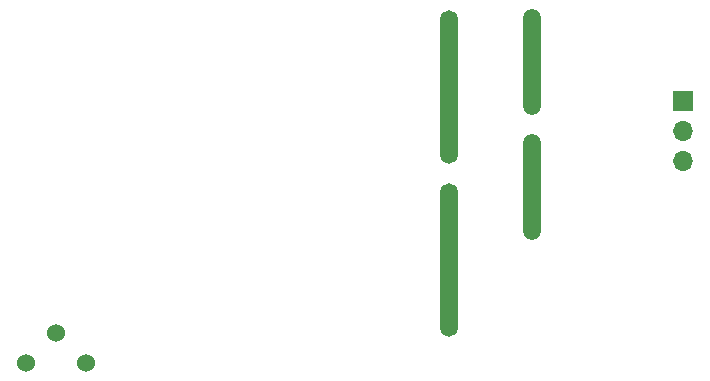
<source format=gbs>
G04 #@! TF.GenerationSoftware,KiCad,Pcbnew,(6.0.1-0)*
G04 #@! TF.CreationDate,2022-01-17T01:44:42+01:00*
G04 #@! TF.ProjectId,f_buzzer,665f6275-7a7a-4657-922e-6b696361645f,rev?*
G04 #@! TF.SameCoordinates,Original*
G04 #@! TF.FileFunction,Soldermask,Bot*
G04 #@! TF.FilePolarity,Negative*
%FSLAX46Y46*%
G04 Gerber Fmt 4.6, Leading zero omitted, Abs format (unit mm)*
G04 Created by KiCad (PCBNEW (6.0.1-0)) date 2022-01-17 01:44:42*
%MOMM*%
%LPD*%
G01*
G04 APERTURE LIST*
%ADD10O,1.500000X9.000000*%
%ADD11C,1.524000*%
%ADD12R,1.700000X1.700000*%
%ADD13O,1.700000X1.700000*%
%ADD14O,1.500000X13.000000*%
G04 APERTURE END LIST*
D10*
X168820000Y-82850000D03*
X168810000Y-93490000D03*
D11*
X131035000Y-108365000D03*
X128495000Y-105825000D03*
X125955000Y-108365000D03*
D12*
X181570000Y-86230000D03*
D13*
X181570000Y-88770000D03*
X181570000Y-91310000D03*
D14*
X161740000Y-85020000D03*
X161740000Y-99680000D03*
M02*

</source>
